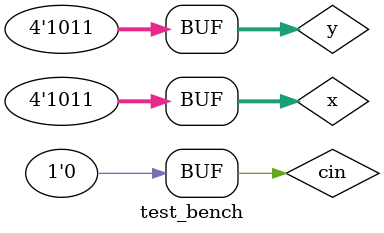
<source format=v>
`timescale 1ns / 1ps

module test_bench;

	// Inputs
	reg [3:0] x;
	reg [3:0] y;
	reg cin;

	// Outputs
	wire [3:0] sum;
	wire cout;

	// Instantiate the Unit Under Test (UUT)
	rca uut (
		.x(x), 
		.y(y), 
		.cin(cin), 
		.sum(sum), 
		.cout(cout)
	);

	initial begin
		// Initialize Inputs
      x = 4'b1010;;
	  y = 4'b1000;;
	  cin =1'b0;


	  #100;
        
		// Add stimulus here
      x = 4'b1011;;
	  y = 4'b1011;;
	  cin =1'b0;; 
	  #100;
	end
      
endmodule


</source>
